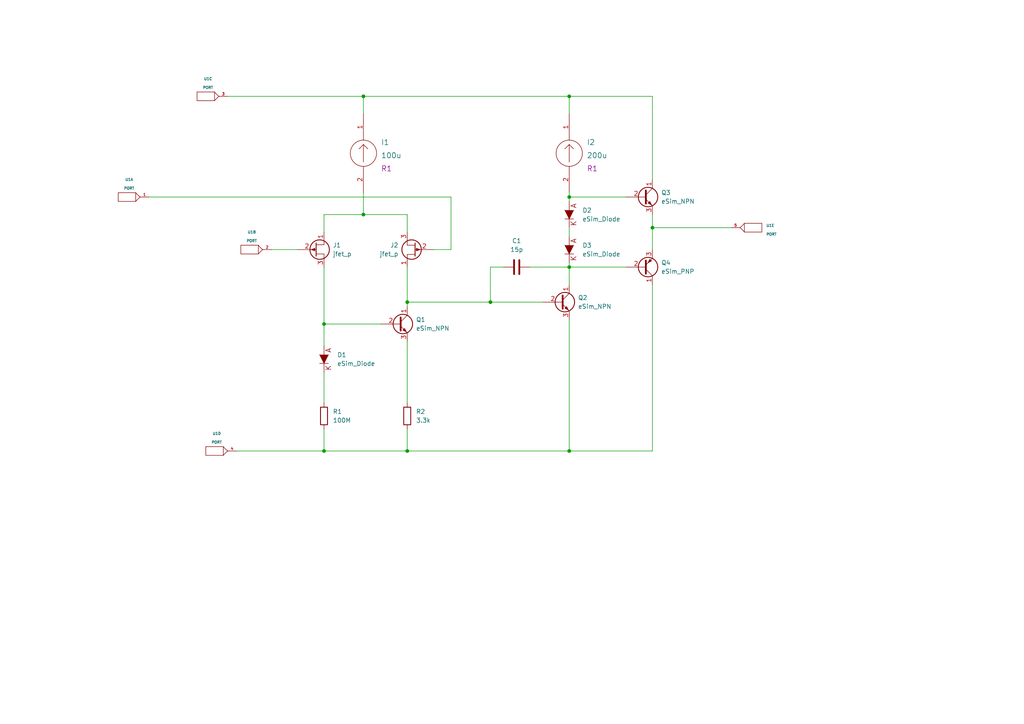
<source format=kicad_sch>
(kicad_sch (version 20211123) (generator eeschema)
  (paper "A4")
  (lib_symbols
    (symbol "eSim_Devices:capacitor" (pin_numbers hide) (pin_names (offset 0.254))
      (property "Reference" "C" (at 0.635 2.54 0))
      (property "Value" "capacitor" (at 0.635 -2.54 0))
      (symbol "capacitor_0_1"
        (polyline (pts (xy -2.032 -0.762) (xy 2.032 -0.762)) (stroke (width 0.508)))
        (polyline (pts (xy -2.032 0.762) (xy 2.032 0.762)) (stroke (width 0.508)))
      )
      (symbol "capacitor_1_1"
        (pin passive line (at 0 3.81 270) (length 2.794) (name "~") (number "1"))
        (pin passive line (at 0 -3.81 90) (length 2.794) (name "~") (number "2"))
      )
    )
    (symbol "eSim_Devices:eSim_Diode" (pin_numbers hide) (pin_names (offset 1.016) hide)
      (property "Reference" "D" (at 0 2.54 0))
      (property "Value" "eSim_Diode" (at 0 -2.54 0))
      (symbol "eSim_Diode_0_0"
        (text "A" (at -2.54 1.27 0) (effects (font (size 1.524 1.524))))
        (text "K" (at 2.54 1.27 0) (effects (font (size 1.524 1.524))))
      )
      (symbol "eSim_Diode_0_1"
        (polyline (pts (xy 1.27 1.27) (xy 1.27 -1.27)) (stroke (width 0.1524)))
        (polyline (pts (xy -1.27 1.27) (xy 1.27 0) (xy -1.27 -1.27)) (fill (type outline)))
      )
      (symbol "eSim_Diode_1_1"
        (pin passive line (at -3.81 0 0) (length 2.54) (name "A") (number "1"))
        (pin passive line (at 3.81 0 180) (length 2.54) (name "K") (number "2"))
      )
    )
    (symbol "eSim_Devices:eSim_NPN" (pin_names (offset 0) hide)
      (property "Reference" "Q" (at -2.54 1.27 0))
      (property "Value" "eSim_NPN" (at -1.27 3.81 0))
      (symbol "eSim_NPN_0_1"
        (polyline (pts (xy 0.635 0.635) (xy 2.54 2.54)))
        (polyline (pts (xy 0.635 -0.635) (xy 2.54 -2.54) (xy 2.54 -2.54)))
        (polyline (pts (xy 0.635 1.905) (xy 0.635 -1.905) (xy 0.635 -1.905)) (stroke (width 0.508)))
        (polyline (pts (xy 1.27 -1.778) (xy 1.778 -1.27) (xy 2.286 -2.286) (xy 1.27 -1.778) (xy 1.27 -1.778)) (fill (type outline)))
        (circle (center 1.27 0) (radius 2.8194) (stroke (width 0.254)))
      )
      (symbol "eSim_NPN_1_1"
        (pin passive line (at 2.54 5.08 270) (length 2.54) (name "C") (number "1"))
        (pin passive line (at -5.08 0 0) (length 5.715) (name "B") (number "2"))
        (pin passive line (at 2.54 -5.08 90) (length 2.54) (name "E") (number "3"))
      )
    )
    (symbol "eSim_Devices:eSim_PNP" (pin_names (offset 0) hide)
      (property "Reference" "Q" (at -2.54 1.27 0))
      (property "Value" "eSim_PNP" (at -1.27 3.81 0))
      (symbol "eSim_PNP_0_1"
        (polyline (pts (xy 0.635 0.635) (xy 2.54 2.54)))
        (polyline (pts (xy 0.635 -0.635) (xy 2.54 -2.54) (xy 2.54 -2.54)))
        (polyline (pts (xy 0.635 1.905) (xy 0.635 -1.905) (xy 0.635 -1.905)) (stroke (width 0.508)))
        (polyline (pts (xy 2.286 -1.778) (xy 1.778 -2.286) (xy 1.27 -1.27) (xy 2.286 -1.778) (xy 2.286 -1.778)) (fill (type outline)))
        (circle (center 1.27 0) (radius 2.8194) (stroke (width 0.254)))
      )
      (symbol "eSim_PNP_1_1"
        (pin passive line (at 2.54 5.08 270) (length 2.54) (name "C") (number "1"))
        (pin passive line (at -5.08 0 0) (length 5.715) (name "B") (number "2"))
        (pin passive line (at 2.54 -5.08 90) (length 2.54) (name "E") (number "3"))
      )
    )
    (symbol "eSim_Devices:jfet_p" (pin_names (offset 0) hide)
      (property "Reference" "J" (at -2.54 1.27 0))
      (property "Value" "jfet_p" (at -1.27 3.81 0))
      (symbol "jfet_p_0_1"
        (polyline (pts (xy 0.254 1.905) (xy 0.254 -1.905) (xy 0.254 -1.905)) (stroke (width 0.254)))
        (polyline (pts (xy 2.54 -2.54) (xy 2.54 -1.27) (xy 0.254 -1.27)))
        (polyline (pts (xy 2.54 2.54) (xy 2.54 1.397) (xy 0.254 1.397)))
        (polyline (pts (xy -1.143 0) (xy -0.127 0.381) (xy -0.127 -0.381) (xy -1.143 0)) (fill (type outline)))
        (circle (center 1.27 0) (radius 2.8194) (stroke (width 0.254)))
      )
      (symbol "jfet_p_1_1"
        (pin passive line (at 2.54 5.08 270) (length 2.54) (name "D") (number "1"))
        (pin passive line (at -5.08 0 0) (length 5.334) (name "G") (number "2"))
        (pin passive line (at 2.54 -5.08 90) (length 2.54) (name "S") (number "3"))
      )
    )
    (symbol "eSim_Devices:resistor" (pin_numbers hide) (pin_names (offset 0))
      (property "Reference" "R" (at 1.27 3.302 0))
      (property "Value" "resistor" (at 1.27 -1.27 0))
      (symbol "resistor_0_1"
        (rectangle (start 3.81 0.254) (end -1.27 2.286) (stroke (width 0.254)))
      )
      (symbol "resistor_1_1"
        (pin passive line (at -2.54 1.27 0) (length 1.27) (name "~") (number "1"))
        (pin passive line (at 5.08 1.27 180) (length 1.27) (name "~") (number "2"))
      )
    )
    (symbol "eSim_Miscellaneous:PORT" (pin_names (offset 1.016))
      (property "Reference" "U" (at 1.27 2.54 0))
      (property "Value" "PORT" (at 0 0 0))
      (symbol "PORT_0_1"
        (rectangle (start -2.54 1.27) (end 2.54 -1.27))
        (arc (start 2.54 1.27) (mid 3.1355 0.5955) (end 3.81 0))
        (arc (start 3.81 0) (mid 3.1447 -0.6046) (end 2.54 -1.27))
      )
      (symbol "PORT_1_1"
        (pin bidirectional line (at 6.35 0 180) (length 2.54) (name "~") (number "1"))
      )
      (symbol "PORT_2_1"
        (pin bidirectional line (at 6.35 0 180) (length 2.54) (name "~") (number "2"))
      )
      (symbol "PORT_3_1"
        (pin bidirectional line (at 6.35 0 180) (length 2.54) (name "~") (number "3"))
      )
      (symbol "PORT_4_1"
        (pin bidirectional line (at 6.35 0 180) (length 2.54) (name "~") (number "4"))
      )
      (symbol "PORT_5_1"
        (pin bidirectional line (at 6.35 0 180) (length 2.54) (name "~") (number "5"))
      )
      (symbol "PORT_6_1"
        (pin bidirectional line (at 6.35 0 180) (length 2.54) (name "~") (number "6"))
      )
      (symbol "PORT_7_1"
        (pin bidirectional line (at 6.35 0 180) (length 2.54) (name "~") (number "7"))
      )
      (symbol "PORT_8_1"
        (pin bidirectional line (at 6.35 0 180) (length 2.54) (name "~") (number "8"))
      )
      (symbol "PORT_9_1"
        (pin bidirectional line (at 6.35 0 180) (length 2.54) (name "~") (number "9"))
      )
      (symbol "PORT_10_1"
        (pin bidirectional line (at 6.35 0 180) (length 2.54) (name "~") (number "10"))
      )
      (symbol "PORT_11_1"
        (pin bidirectional line (at 6.35 0 180) (length 2.54) (name "~") (number "11"))
      )
      (symbol "PORT_12_1"
        (pin bidirectional line (at 6.35 0 180) (length 2.54) (name "~") (number "12"))
      )
      (symbol "PORT_13_1"
        (pin bidirectional line (at 6.35 0 180) (length 2.54) (name "~") (number "13"))
      )
      (symbol "PORT_14_1"
        (pin bidirectional line (at 6.35 0 180) (length 2.54) (name "~") (number "14"))
      )
      (symbol "PORT_15_1"
        (pin bidirectional line (at 6.35 0 180) (length 2.54) (name "~") (number "15"))
      )
      (symbol "PORT_16_1"
        (pin bidirectional line (at 6.35 0 180) (length 2.54) (name "~") (number "16"))
      )
      (symbol "PORT_17_1"
        (pin bidirectional line (at 6.35 0 180) (length 2.54) (name "~") (number "17"))
      )
      (symbol "PORT_18_1"
        (pin bidirectional line (at 6.35 0 180) (length 2.54) (name "~") (number "18"))
      )
      (symbol "PORT_19_1"
        (pin bidirectional line (at 6.35 0 180) (length 2.54) (name "~") (number "19"))
      )
      (symbol "PORT_20_1"
        (pin bidirectional line (at 6.35 0 180) (length 2.54) (name "~") (number "20"))
      )
      (symbol "PORT_21_1"
        (pin bidirectional line (at 6.35 0 180) (length 2.54) (name "~") (number "21"))
      )
      (symbol "PORT_22_1"
        (pin bidirectional line (at 6.35 0 180) (length 2.54) (name "~") (number "22"))
      )
      (symbol "PORT_23_1"
        (pin bidirectional line (at 6.35 0 180) (length 2.54) (name "~") (number "23"))
      )
      (symbol "PORT_24_1"
        (pin bidirectional line (at 6.35 0 180) (length 2.54) (name "~") (number "24"))
      )
      (symbol "PORT_25_1"
        (pin bidirectional line (at 6.35 0 180) (length 2.54) (name "~") (number "25"))
      )
      (symbol "PORT_26_1"
        (pin bidirectional line (at 6.35 0 180) (length 2.54) (name "~") (number "26"))
      )
    )
    (symbol "eSim_Sources:dc" (pin_names (offset 1.016))
      (property "Reference" "I" (at -5.08 2.54 0))
      (property "Value" "dc" (at -5.08 -1.27 0))
      (property "Footprint" "R1" (at -7.62 0 0))
      (symbol "dc_0_1"
        (polyline (pts (xy 0 -2.54) (xy 0 -2.54)))
        (polyline (pts (xy 0 2.54) (xy -1.27 1.27)))
        (polyline (pts (xy 0 2.54) (xy 0 -2.54)))
        (polyline (pts (xy 0 2.54) (xy 1.27 1.27)))
        (circle (center 0 0) (radius 3.81))
      )
      (symbol "dc_1_1"
        (pin passive line (at 0 11.43 270) (length 7.62) (name "~") (number "1"))
        (pin passive line (at 0 -11.43 90) (length 7.62) (name "~") (number "2"))
      )
    )
  )
  (junction (at 93.98 93.98))
  (junction (at 165.1 27.94))
  (junction (at 142.24 87.63))
  (junction (at 93.98 130.81))
  (junction (at 105.41 62.23))
  (junction (at 118.11 130.81))
  (junction (at 189.23 66.04))
  (junction (at 165.1 77.47))
  (junction (at 165.1 130.81))
  (junction (at 105.41 27.94))
  (junction (at 165.1 57.15))
  (junction (at 118.11 87.63))
  (wire (pts (xy 78.74 72.39) (xy 86.36 72.39)))
  (wire (pts (xy 189.23 82.55) (xy 189.23 130.81)))
  (wire (pts (xy 153.67 77.47) (xy 165.1 77.47)))
  (wire (pts (xy 93.98 62.23) (xy 105.41 62.23)))
  (wire (pts (xy 118.11 124.46) (xy 118.11 130.81)))
  (wire (pts (xy 165.1 27.94) (xy 189.23 27.94)))
  (wire (pts (xy 93.98 67.31) (xy 93.98 62.23)))
  (wire (pts (xy 105.41 27.94) (xy 165.1 27.94)))
  (wire (pts (xy 118.11 87.63) (xy 142.24 87.63)))
  (wire (pts (xy 142.24 87.63) (xy 157.48 87.63)))
  (wire (pts (xy 43.18 57.15) (xy 130.81 57.15)))
  (wire (pts (xy 105.41 55.88) (xy 105.41 62.23)))
  (wire (pts (xy 118.11 67.31) (xy 118.11 62.23)))
  (wire (pts (xy 165.1 130.81) (xy 118.11 130.81)))
  (wire (pts (xy 125.73 72.39) (xy 130.81 72.39)))
  (wire (pts (xy 165.1 57.15) (xy 165.1 55.88)))
  (wire (pts (xy 189.23 130.81) (xy 165.1 130.81)))
  (wire (pts (xy 93.98 107.95) (xy 93.98 116.84)))
  (wire (pts (xy 93.98 93.98) (xy 93.98 100.33)))
  (wire (pts (xy 146.05 77.47) (xy 142.24 77.47)))
  (wire (pts (xy 189.23 62.23) (xy 189.23 66.04)))
  (wire (pts (xy 93.98 124.46) (xy 93.98 130.81)))
  (wire (pts (xy 118.11 62.23) (xy 105.41 62.23)))
  (wire (pts (xy 118.11 99.06) (xy 118.11 116.84)))
  (wire (pts (xy 93.98 93.98) (xy 110.49 93.98)))
  (wire (pts (xy 93.98 77.47) (xy 93.98 93.98)))
  (wire (pts (xy 66.04 27.94) (xy 105.41 27.94)))
  (wire (pts (xy 165.1 76.2) (xy 165.1 77.47)))
  (wire (pts (xy 118.11 130.81) (xy 93.98 130.81)))
  (wire (pts (xy 142.24 77.47) (xy 142.24 87.63)))
  (wire (pts (xy 181.61 57.15) (xy 165.1 57.15)))
  (wire (pts (xy 165.1 57.15) (xy 165.1 58.42)))
  (wire (pts (xy 165.1 92.71) (xy 165.1 130.81)))
  (wire (pts (xy 105.41 27.94) (xy 105.41 33.02)))
  (wire (pts (xy 68.58 130.81) (xy 93.98 130.81)))
  (wire (pts (xy 189.23 27.94) (xy 189.23 52.07)))
  (wire (pts (xy 165.1 77.47) (xy 181.61 77.47)))
  (wire (pts (xy 165.1 66.04) (xy 165.1 68.58)))
  (wire (pts (xy 118.11 87.63) (xy 118.11 88.9)))
  (wire (pts (xy 189.23 66.04) (xy 212.09 66.04)))
  (wire (pts (xy 189.23 66.04) (xy 189.23 72.39)))
  (wire (pts (xy 130.81 72.39) (xy 130.81 57.15)))
  (wire (pts (xy 165.1 77.47) (xy 165.1 82.55)))
  (wire (pts (xy 118.11 77.47) (xy 118.11 87.63)))
  (wire (pts (xy 165.1 27.94) (xy 165.1 33.02)))
  (symbol (lib_id "eSim_Devices:eSim_Diode") (at 93.98 104.14 270) (unit 1)
    (property "Reference" "D1" (at 97.79 102.9243 90) (effects (justify left)))
    (property "Value" "eSim_Diode" (at 97.79 105.4643 90) (effects (justify left)))
  )
  (symbol (lib_id "eSim_Devices:eSim_NPN") (at 162.56 87.63 0) (unit 1)
    (property "Reference" "Q2" (at 167.64 86.3599 0) (effects (justify left)))
    (property "Value" "eSim_NPN" (at 167.64 88.8999 0) (effects (justify left)))
  )
  (symbol (lib_id "eSim_Miscellaneous:PORT") (at 59.69 27.94 0) (unit 3)
    (property "Reference" "U1" (at 60.325 22.86 0) (effects (font (size 0.762 0.762))))
    (property "Value" "PORT" (at 60.325 25.4 0) (effects (font (size 0.762 0.762))))
  )
  (symbol (lib_id "eSim_Devices:eSim_Diode") (at 165.1 72.39 270) (unit 1)
    (property "Reference" "D3" (at 168.91 71.1743 90) (effects (justify left)))
    (property "Value" "eSim_Diode" (at 168.91 73.7143 90) (effects (justify left)))
  )
  (symbol (lib_id "eSim_Sources:dc") (at 165.1 44.45 0) (unit 1)
    (property "Reference" "I2" (at 170.18 41.275 0) (effects (font (size 1.524 1.524)) (justify left)))
    (property "Value" "200u" (at 170.18 45.085 0) (effects (font (size 1.524 1.524)) (justify left)))
    (property "Footprint" "R1" (at 170.18 48.895 0) (effects (font (size 1.524 1.524)) (justify left)))
  )
  (symbol (lib_id "eSim_Miscellaneous:PORT") (at 36.83 57.15 0) (unit 1)
    (property "Reference" "U1" (at 37.465 52.07 0) (effects (font (size 0.762 0.762))))
    (property "Value" "PORT" (at 37.465 54.61 0) (effects (font (size 0.762 0.762))))
  )
  (symbol (lib_id "eSim_Devices:eSim_PNP") (at 186.69 77.47 0) (mirror x) (unit 1)
    (property "Reference" "Q4" (at 191.77 76.1999 0) (effects (justify left)))
    (property "Value" "eSim_PNP" (at 191.77 78.7399 0) (effects (justify left)))
  )
  (symbol (lib_id "eSim_Devices:eSim_Diode") (at 165.1 62.23 270) (unit 1)
    (property "Reference" "D2" (at 168.91 61.0143 90) (effects (justify left)))
    (property "Value" "eSim_Diode" (at 168.91 63.5543 90) (effects (justify left)))
  )
  (symbol (lib_id "eSim_Sources:dc") (at 105.41 44.45 0) (unit 1)
    (property "Reference" "I1" (at 110.49 41.275 0) (effects (font (size 1.524 1.524)) (justify left)))
    (property "Value" "100u" (at 110.49 45.085 0) (effects (font (size 1.524 1.524)) (justify left)))
    (property "Footprint" "R1" (at 110.49 48.895 0) (effects (font (size 1.524 1.524)) (justify left)))
  )
  (symbol (lib_id "eSim_Devices:eSim_NPN") (at 115.57 93.98 0) (unit 1)
    (property "Reference" "Q1" (at 120.65 92.7099 0) (effects (justify left)))
    (property "Value" "eSim_NPN" (at 120.65 95.2499 0) (effects (justify left)))
  )
  (symbol (lib_id "eSim_Devices:jfet_p") (at 91.44 72.39 0) (unit 1)
    (property "Reference" "J1" (at 96.52 71.1199 0) (effects (justify left)))
    (property "Value" "jfet_p" (at 96.52 73.6599 0) (effects (justify left)))
  )
  (symbol (lib_id "eSim_Miscellaneous:PORT") (at 218.44 66.04 180) (unit 5)
    (property "Reference" "U1" (at 222.25 65.405 0) (effects (font (size 0.762 0.762)) (justify right)))
    (property "Value" "PORT" (at 222.25 67.945 0) (effects (font (size 0.762 0.762)) (justify right)))
  )
  (symbol (lib_id "eSim_Devices:eSim_NPN") (at 186.69 57.15 0) (unit 1)
    (property "Reference" "Q3" (at 191.77 55.8799 0) (effects (justify left)))
    (property "Value" "eSim_NPN" (at 191.77 58.4199 0) (effects (justify left)))
  )
  (symbol (lib_id "eSim_Miscellaneous:PORT") (at 62.23 130.81 0) (unit 4)
    (property "Reference" "U1" (at 62.865 125.73 0) (effects (font (size 0.762 0.762))))
    (property "Value" "PORT" (at 62.865 128.27 0) (effects (font (size 0.762 0.762))))
  )
  (symbol (lib_id "eSim_Devices:resistor") (at 95.25 121.92 90) (unit 1)
    (property "Reference" "R1" (at 96.52 119.3799 90) (effects (justify right)))
    (property "Value" "100M" (at 96.52 121.9199 90) (effects (justify right)))
  )
  (symbol (lib_id "eSim_Devices:resistor") (at 119.38 121.92 90) (unit 1)
    (property "Reference" "R2" (at 120.65 119.3799 90) (effects (justify right)))
    (property "Value" "3.3k" (at 120.65 121.9199 90) (effects (justify right)))
  )
  (symbol (lib_id "eSim_Devices:capacitor") (at 149.86 77.47 90) (unit 1)
    (property "Reference" "C1" (at 149.86 69.85 90))
    (property "Value" "15p" (at 149.86 72.39 90))
  )
  (symbol (lib_id "eSim_Miscellaneous:PORT") (at 72.39 72.39 0) (unit 2)
    (property "Reference" "U1" (at 73.025 67.31 0) (effects (font (size 0.762 0.762))))
    (property "Value" "PORT" (at 73.025 69.85 0) (effects (font (size 0.762 0.762))))
  )
  (symbol (lib_id "eSim_Devices:jfet_p") (at 120.65 72.39 180) (unit 1)
    (property "Reference" "J2" (at 115.57 71.1199 0) (effects (justify left)))
    (property "Value" "jfet_p" (at 115.57 73.6599 0) (effects (justify left)))
  )
)
</source>
